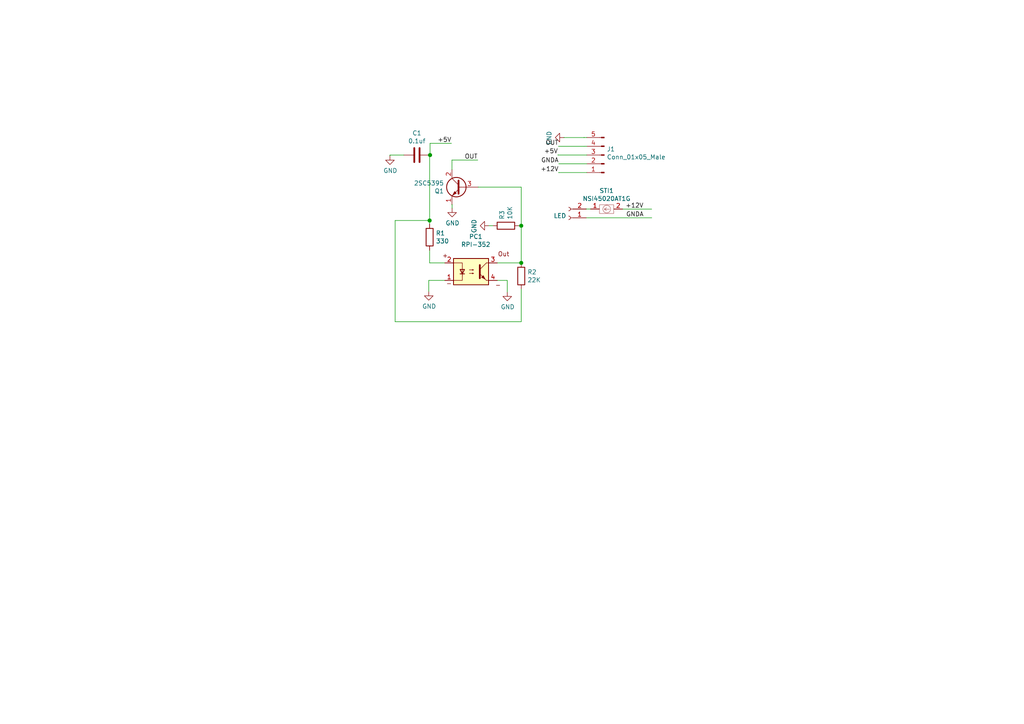
<source format=kicad_sch>
(kicad_sch (version 20200828) (generator eeschema)
  (page 1 1)
  (paper "A4")
  (lib_symbols
    (symbol "Connector:Conn_01x02_Female" (pin_names (offset 1.016) hide)
      (property "Reference" "J" (at 0 2.54 0))
      (property "Value" "Conn_01x02_Female" (at 0 -5.08 0))
      (symbol "Conn_01x02_Female_1_1"
        (arc (start 0 -2.032) (end 0 -3.048) (radius (at 0 -2.54) (length 0.508) (angles 90.1 -90.1)) (stroke (width 0.1524)))
        (arc (start 0 0.508) (end 0 -0.508) (radius (at 0 0) (length 0.508) (angles 90.1 -90.1)) (stroke (width 0.1524)))
        (polyline (pts (xy -1.27 -2.54) (xy -0.508 -2.54)) (stroke (width 0.1524)))
        (polyline (pts (xy -1.27 0) (xy -0.508 0)) (stroke (width 0.1524)))
        (pin passive line (at -5.08 0 0) (length 3.81) (name "Pin_1") (number "1"))
        (pin passive line (at -5.08 -2.54 0) (length 3.81) (name "Pin_2") (number "2"))
      )
    )
    (symbol "Connector:Conn_01x05_Male" (pin_names (offset 1.016) hide)
      (property "Reference" "J" (at 0 7.62 0))
      (property "Value" "Conn_01x05_Male" (at 0 -7.62 0))
      (symbol "Conn_01x05_Male_1_1"
        (rectangle (start 0.8636 -4.953) (end 0 -5.207) (stroke (width 0.1524)) (fill (type outline)))
        (rectangle (start 0.8636 -2.413) (end 0 -2.667) (stroke (width 0.1524)) (fill (type outline)))
        (rectangle (start 0.8636 0.127) (end 0 -0.127) (stroke (width 0.1524)) (fill (type outline)))
        (rectangle (start 0.8636 2.667) (end 0 2.413) (stroke (width 0.1524)) (fill (type outline)))
        (rectangle (start 0.8636 5.207) (end 0 4.953) (stroke (width 0.1524)) (fill (type outline)))
        (polyline (pts (xy 1.27 -5.08) (xy 0.8636 -5.08)) (stroke (width 0.1524)))
        (polyline (pts (xy 1.27 -2.54) (xy 0.8636 -2.54)) (stroke (width 0.1524)))
        (polyline (pts (xy 1.27 0) (xy 0.8636 0)) (stroke (width 0.1524)))
        (polyline (pts (xy 1.27 2.54) (xy 0.8636 2.54)) (stroke (width 0.1524)))
        (polyline (pts (xy 1.27 5.08) (xy 0.8636 5.08)) (stroke (width 0.1524)))
        (pin passive line (at 5.08 5.08 180) (length 3.81) (name "Pin_1") (number "1"))
        (pin passive line (at 5.08 2.54 180) (length 3.81) (name "Pin_2") (number "2"))
        (pin passive line (at 5.08 0 180) (length 3.81) (name "Pin_3") (number "3"))
        (pin passive line (at 5.08 -2.54 180) (length 3.81) (name "Pin_4") (number "4"))
        (pin passive line (at 5.08 -5.08 180) (length 3.81) (name "Pin_5") (number "5"))
      )
    )
    (symbol "Device:C" (pin_numbers hide) (pin_names (offset 0.254))
      (property "Reference" "C" (at 0.635 2.54 0))
      (property "Value" "C" (at 0.635 -2.54 0))
      (symbol "C_0_1"
        (polyline (pts (xy -2.032 -0.762) (xy 2.032 -0.762)) (stroke (width 0.508)))
        (polyline (pts (xy -2.032 0.762) (xy 2.032 0.762)) (stroke (width 0.508)))
      )
      (symbol "C_1_1"
        (pin passive line (at 0 3.81 270) (length 2.794) (name "~") (number "1"))
        (pin passive line (at 0 -3.81 90) (length 2.794) (name "~") (number "2"))
      )
    )
    (symbol "Device:R" (pin_numbers hide) (pin_names (offset 0))
      (property "Reference" "R" (at 2.032 0 90))
      (property "Value" "R" (at 0 0 90))
      (symbol "R_0_1"
        (rectangle (start -1.016 -2.54) (end 1.016 2.54) (stroke (width 0.254)))
      )
      (symbol "R_1_1"
        (pin passive line (at 0 3.81 270) (length 1.27) (name "~") (number "1"))
        (pin passive line (at 0 -3.81 90) (length 1.27) (name "~") (number "2"))
      )
    )
    (symbol "RPI-221:2SC5395" (pin_names (offset 0) hide)
      (property "Reference" "Q" (at 5.08 1.905 0))
      (property "Value" "2SC5395" (at 5.08 0 0))
      (symbol "2SC5395_0_1"
        (circle (center 1.27 0) (radius 2.8194) (stroke (width 0.254)))
        (polyline (pts (xy 0 0) (xy 0.635 0)))
        (polyline (pts (xy 0.635 0.635) (xy 2.54 2.54)))
        (polyline (pts (xy 0.635 -0.635) (xy 2.54 -2.54) (xy 2.54 -2.54)))
        (polyline (pts (xy 0.635 1.905) (xy 0.635 -1.905) (xy 0.635 -1.905)) (stroke (width 0.508)))
        (polyline (pts (xy 1.27 -1.778) (xy 1.778 -1.27) (xy 2.286 -2.286) (xy 1.27 -1.778) (xy 1.27 -1.778)) (fill (type outline)))
      )
      (symbol "2SC5395_1_1"
        (pin passive line (at 2.54 -5.08 90) (length 2.54) (name "E") (number "1"))
        (pin passive line (at 2.54 5.08 270) (length 2.54) (name "C") (number "2"))
        (pin input line (at -5.08 0 0) (length 5.08) (name "B") (number "3"))
      )
    )
    (symbol "RPI-221:NSI45020AT1G" (pin_names (offset 1.016))
      (property "Reference" "D" (at 0.025 3.425 0))
      (property "Value" "NSI45020AT1G" (at -0.075 5.425 0))
      (symbol "NSI45020AT1G_0_1"
        (circle (center 0.025 0) (radius 1.115) (stroke (width 0.0006)))
        (rectangle (start -2 -1.25) (end 2.125 1.275) (stroke (width 0.0006)))
        (polyline (pts (xy -0.8 0) (xy 0.725 0) (xy 0.075 0.425) (xy 0.1 0.375)) (stroke (width 0.0006)))
        (polyline (pts (xy 0.7 0) (xy 0.05 -0.425)) (stroke (width 0.0006)))
      )
      (symbol "NSI45020AT1G_1_1"
        (pin input line (at -4.575 0 0) (length 2.54) (name "") (number "2"))
        (pin output line (at 4.7 -0.025 180) (length 2.54) (name "") (number "1"))
      )
    )
    (symbol "RPI-221:RPI-352" (pin_names (offset 1.016))
      (property "Reference" "U" (at -5.08 5.08 0))
      (property "Value" "RPI-352" (at -2.794 7.0866 0))
      (symbol "RPI-352_0_0"
        (text "-" (at -6.4008 -3.4036 0) (effects (font (size 1.27 1.27))))
        (text "+" (at -7.5184 4.6736 0) (effects (font (size 1.27 1.27))))
        (text "-" (at 7.8232 -3.8608 0) (effects (font (size 1.27 1.27))))
        (text "Out" (at 9.4488 5.1308 0) (effects (font (size 1.27 1.27))))
      )
      (symbol "RPI-352_0_1"
        (rectangle (start -5.08 3.81) (end 5.08 -3.81) (stroke (width 0.254)) (fill (type background)))
        (polyline (pts (xy -3.175 -0.635) (xy -1.905 -0.635)) (stroke (width 0.254)))
        (polyline (pts (xy 2.54 0.635) (xy 4.445 2.54)))
        (polyline (pts (xy 4.445 -2.54) (xy 2.54 -0.635)) (fill (type outline)))
        (polyline (pts (xy 4.445 -2.54) (xy 5.08 -2.54)))
        (polyline (pts (xy 4.445 2.54) (xy 5.08 2.54)))
        (polyline (pts (xy -2.54 -0.635) (xy -2.54 -2.54) (xy -5.08 -2.54)))
        (polyline (pts (xy 2.54 1.905) (xy 2.54 -1.905) (xy 2.54 -1.905)) (stroke (width 0.508)))
        (polyline (pts (xy -5.08 2.54) (xy -2.54 2.54) (xy -2.54 -1.27) (xy -2.54 0.635)))
        (polyline (pts (xy -2.54 -0.635) (xy -3.175 0.635) (xy -1.905 0.635) (xy -2.54 -0.635)) (stroke (width 0.254)))
        (polyline (pts (xy -0.508 -0.508) (xy 0.762 -0.508) (xy 0.381 -0.635) (xy 0.381 -0.381) (xy 0.762 -0.508)))
        (polyline (pts (xy -0.508 0.508) (xy 0.762 0.508) (xy 0.381 0.381) (xy 0.381 0.635) (xy 0.762 0.508)))
        (polyline (pts (xy 3.048 -1.651) (xy 3.556 -1.143) (xy 4.064 -2.159) (xy 3.048 -1.651) (xy 3.048 -1.651)) (fill (type outline)))
      )
      (symbol "RPI-352_1_1"
        (pin passive line (at -7.62 2.54 0) (length 2.54) (name "~") (number "2"))
        (pin passive line (at -7.62 -2.54 0) (length 2.54) (name "~") (number "1"))
        (pin passive line (at 7.62 -2.54 180) (length 2.54) (name "~") (number "4"))
        (pin passive line (at 7.62 2.54 180) (length 2.54) (name "~") (number "3"))
      )
    )
    (symbol "power:GND" (power) (pin_names (offset 0))
      (property "Value" "GND" (at 0 -3.81 0))
      (symbol "GND_0_1"
        (polyline (pts (xy 0 0) (xy 0 -1.27) (xy 1.27 -1.27) (xy 0 -2.54) (xy -1.27 -1.27) (xy 0 -1.27)))
      )
      (symbol "GND_1_1"
        (pin power_in line (at 0 0 270) (length 0) hide (name "GND") (number "1"))
      )
    )
  )
  (junction (at 124.6124 63.9572) (diameter 1.016))
  (junction (at 124.735 44.975) (diameter 1.016))
  (junction (at 151.1808 65.475) (diameter 1.016))
  (junction (at 151.1808 76.2508) (diameter 1.016))
  (wire (pts (xy 113.1 44.975) (xy 113.1 45.175)))
  (wire (pts (xy 114.6048 63.9572) (xy 124.6124 63.9572)))
  (wire (pts (xy 114.6048 93.3196) (xy 114.6048 63.9572)))
  (wire (pts (xy 114.6048 93.3196) (xy 151.1808 93.3196)))
  (wire (pts (xy 117.115 44.975) (xy 113.1 44.975)))
  (wire (pts (xy 124.3584 81.3308) (xy 129.0066 81.3308)))
  (wire (pts (xy 124.3584 84.5312) (xy 124.3584 81.3308)))
  (wire (pts (xy 124.6124 44.975) (xy 124.735 44.975)))
  (wire (pts (xy 124.6124 63.9572) (xy 124.6124 44.975)))
  (wire (pts (xy 124.6124 63.9572) (xy 124.6124 64.9732)))
  (wire (pts (xy 124.6124 76.2508) (xy 124.6124 72.5932)))
  (wire (pts (xy 124.735 41.575) (xy 130.95 41.575)))
  (wire (pts (xy 124.735 44.975) (xy 124.735 41.575)))
  (wire (pts (xy 129.0066 76.2508) (xy 124.6124 76.2508)))
  (wire (pts (xy 131.0894 46.425) (xy 138.575 46.425)))
  (wire (pts (xy 131.0894 49.1998) (xy 131.0894 46.425)))
  (wire (pts (xy 131.125 59.3598) (xy 131.0894 59.3598)))
  (wire (pts (xy 131.125 60.375) (xy 131.125 59.3598)))
  (wire (pts (xy 138.7094 54.275) (xy 138.7094 54.2798)))
  (wire (pts (xy 141.825 65.475) (xy 142.93 65.475)))
  (wire (pts (xy 144.2466 76.2508) (xy 151.1808 76.2508)))
  (wire (pts (xy 147.125 81.3308) (xy 144.2466 81.3308)))
  (wire (pts (xy 147.125 84.7) (xy 147.125 81.3308)))
  (wire (pts (xy 151.1808 54.275) (xy 138.7094 54.275)))
  (wire (pts (xy 151.1808 54.275) (xy 151.1808 65.475)))
  (wire (pts (xy 151.1808 65.475) (xy 150.55 65.475)))
  (wire (pts (xy 151.1808 65.475) (xy 151.1808 76.2508)))
  (wire (pts (xy 151.1808 93.3196) (xy 151.1808 83.8708)))
  (wire (pts (xy 161.8488 44.967) (xy 161.8488 44.8818)))
  (wire (pts (xy 162 42.435) (xy 162 42.425)))
  (wire (pts (xy 162 42.435) (xy 169.395 42.435)))
  (wire (pts (xy 162.052 50.047) (xy 162.052 50.067)))
  (wire (pts (xy 162.052 50.067) (xy 162.05 50.067)))
  (wire (pts (xy 162.075 47.507) (xy 162.075 47.5)))
  (wire (pts (xy 163.6 39.895) (xy 163.6 39.9)))
  (wire (pts (xy 163.6 39.895) (xy 169.395 39.895)))
  (wire (pts (xy 169.395 39.887) (xy 169.395 39.895)))
  (wire (pts (xy 169.395 42.427) (xy 169.395 42.435)))
  (wire (pts (xy 170.03 60.625) (xy 170.03 60.635)))
  (wire (pts (xy 170.03 63.175) (xy 189.05 63.175)))
  (wire (pts (xy 170.191 39.887) (xy 169.395 39.887)))
  (wire (pts (xy 170.191 42.427) (xy 169.395 42.427)))
  (wire (pts (xy 170.191 44.967) (xy 161.8488 44.967)))
  (wire (pts (xy 170.191 47.507) (xy 162.075 47.507)))
  (wire (pts (xy 170.191 50.047) (xy 162.052 50.047)))
  (wire (pts (xy 171.3 60.625) (xy 170.03 60.625)))
  (wire (pts (xy 180.575 60.65) (xy 189.025 60.65)))
  (label "+5V" (at 130.95 41.575 180))
  (label "OUT" (at 138.575 46.425 180))
  (label "+5V" (at 161.8488 44.8818 180))
  (label "OUT" (at 162 42.425 180))
  (label "+12V" (at 162.05 50.067 180))
  (label "GNDA" (at 162.075 47.5 180))
  (label "+12V" (at 186.675 60.65 180))
  (label "GNDA" (at 186.725 63.175 180))
  (symbol (lib_id "power:GND") (at 113.1 45.175 0) (unit 1)
    (property "Reference" "#PWR0104" (effects hide))
    (property "Value" "GND" (at 113.2143 49.4994 0))
  )
  (symbol (lib_id "power:GND") (at 124.3584 84.5312 0) (unit 1)
    (property "Reference" "#PWR0101" (effects hide))
    (property "Value" "GND" (at 124.4727 88.8556 0))
  )
  (symbol (lib_id "power:GND") (at 131.125 60.375 0) (unit 1)
    (property "Reference" "#PWR0105" (effects hide))
    (property "Value" "GND" (at 131.2393 64.6994 0))
  )
  (symbol (lib_id "power:GND") (at 141.825 65.475 270) (unit 1)
    (property "Reference" "#PWR0106" (effects hide))
    (property "Value" "GND" (at 137.5006 65.5893 0))
  )
  (symbol (lib_id "power:GND") (at 147.125 84.7 0) (unit 1)
    (property "Reference" "#PWR0102" (effects hide))
    (property "Value" "GND" (at 147.2393 89.0244 0))
  )
  (symbol (lib_id "power:GND") (at 163.6 39.9 270) (unit 1)
    (property "Reference" "#PWR0103" (effects hide))
    (property "Value" "GND" (at 159.2756 40.0143 0))
  )
  (symbol (lib_id "Device:R") (at 124.6124 68.7832 0) (unit 1)
    (property "Reference" "R1" (at 126.3905 67.6338 0) (effects (justify left)))
    (property "Value" "330" (at 126.391 69.9324 0) (effects (justify left)))
    (property "Footprint" "Resistor_THT:R_Axial_DIN0204_L3.6mm_D1.6mm_P5.08mm_Horizontal" (effects hide))
  )
  (symbol (lib_id "Device:R") (at 146.74 65.475 270) (unit 1)
    (property "Reference" "R3" (at 145.59 63.697 0) (effects (justify right)))
    (property "Value" "10K" (at 147.889 63.696 0) (effects (justify right)))
    (property "Footprint" "Resistor_THT:R_Axial_DIN0204_L3.6mm_D1.6mm_P5.08mm_Horizontal" (effects hide))
  )
  (symbol (lib_id "Device:R") (at 151.1808 80.0608 180) (unit 1)
    (property "Reference" "R2" (at 152.9592 78.911 0) (effects (justify right)))
    (property "Value" "22K" (at 152.9596 81.21 0) (effects (justify right)))
    (property "Footprint" "Resistor_THT:R_Axial_DIN0204_L3.6mm_D1.6mm_P5.08mm_Horizontal" (effects hide))
  )
  (symbol (lib_id "Connector:Conn_01x02_Female") (at 164.95 63.175 180) (unit 1)
    (property "Reference" "LED" (at 164.239 62.597 0) (effects (justify left)))
    (property "Value" "Conn_01x02_Female" (effects hide))
    (property "Footprint" "Connector_JST:JST_PH_S2B-PH-K_1x02_P2.00mm_Horizontal" (effects hide))
  )
  (symbol (lib_id "RPI-221:NSI45020AT1G") (at 176 60.65 180) (unit 1)
    (property "Reference" "STI1" (at 175.938 55.316 0))
    (property "Value" "NSI45020AT1G" (at 175.9375 57.6152 0))
    (property "Footprint" "Diode_SMD:D_SOD-123" (effects hide))
  )
  (symbol (lib_id "Device:C") (at 120.925 44.975 90) (unit 1)
    (property "Reference" "C1" (at 120.925 38.606 90))
    (property "Value" "0.1uf" (at 120.9246 40.9046 90))
    (property "Footprint" "Capacitor_THT:C_Disc_D3.8mm_W2.6mm_P2.50mm" (effects hide))
  )
  (symbol (lib_id "Connector:Conn_01x05_Male") (at 175.271 44.967 180) (unit 1)
    (property "Reference" "J1" (at 175.9823 43.2588 0) (effects (justify right)))
    (property "Value" "Conn_01x05_Male" (at 175.9823 45.5575 0) (effects (justify right)))
    (property "Footprint" "Connector_JST:JST_PH_S5B-PH-K_1x05_P2.00mm_Horizontal" (effects hide))
  )
  (symbol (lib_id "RPI-221:2SC5395") (at 133.6294 54.2798 0) (mirror y) (unit 1)
    (property "Reference" "Q1" (at 128.7778 55.4296 0) (effects (justify left)))
    (property "Value" "2SC5395" (at 128.778 53.1305 0) (effects (justify left)))
    (property "Footprint" "Package_TO_SOT_THT:TO-92S_Wide" (effects hide))
    (property "Datasheet" "http://rtellason.com/transdata/2sc5395.pdf" (effects hide))
  )
  (symbol (lib_id "RPI-221:RPI-352") (at 136.6266 78.7908 0) (unit 1)
    (property "Reference" "PC1" (at 138 68.6226 0))
    (property "Value" "RPI-352" (at 138 70.9215 0))
    (property "Footprint" "RPI-221:RPI-352" (effects hide))
    (property "Datasheet" "https://www.mouser.com/datasheet/2/348/rpi-221-208938.pdf" (effects hide))
  )
)
</source>
